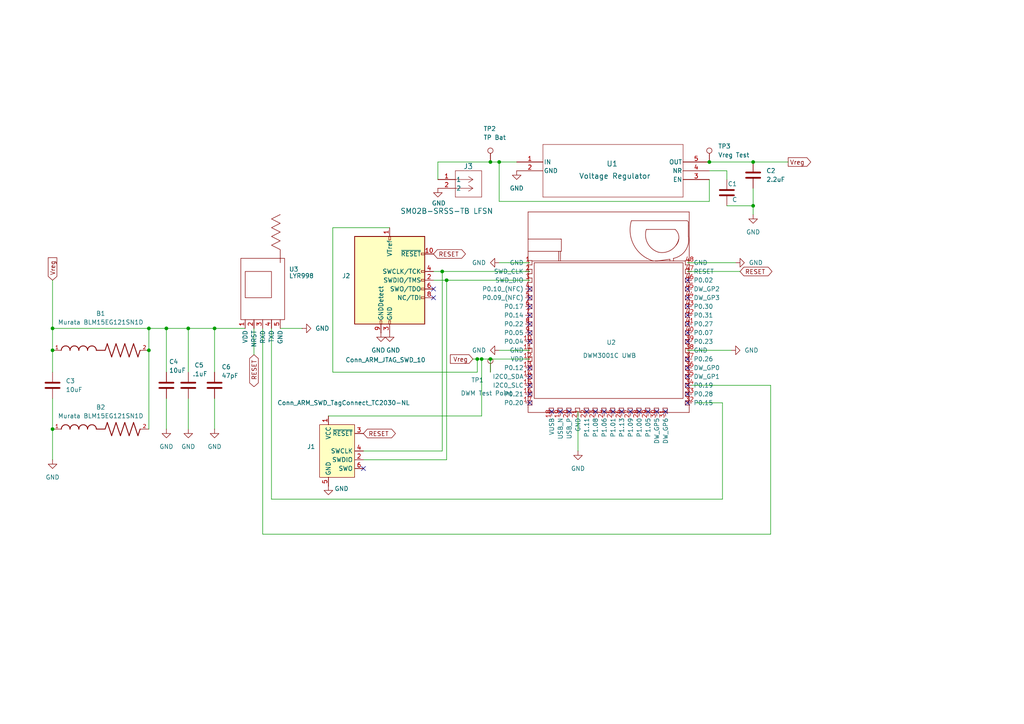
<source format=kicad_sch>
(kicad_sch (version 20231120) (generator "eeschema") (generator_version "8.0")
  (paper "A4")
  (lib_symbols
    (symbol "BLM15EG121SN1D:BLM15EG121SN1D" (pin_names (offset 1.016))
      (property "Reference" "FL" (at -12.7044 5.0815 0))
      (property "Value" "BLM15EG121SN1D" (at -12.71 -5.0866 0))
      (symbol "BLM15EG121SN1D_0_0"
        (arc (start -10.16 0) (mid -11.43 1.2645) (end -12.7 0) (stroke (width 0.254)))
        (arc (start -7.62 0) (mid -8.89 1.2645) (end -10.16 0) (stroke (width 0.254)))
        (arc (start -5.08 0) (mid -6.35 1.2645) (end -7.62 0) (stroke (width 0.254)))
        (arc (start -2.54 0) (mid -3.81 1.2645) (end -5.08 0) (stroke (width 0.254)))
        (polyline (pts (xy 0 0) (xy -2.54 0)) (stroke (width 0.254)))
        (polyline (pts (xy 0 0) (xy 0.635 1.905)) (stroke (width 0.254)))
        (polyline (pts (xy 0.635 1.905) (xy 1.905 -1.905)) (stroke (width 0.254)))
        (polyline (pts (xy 1.905 -1.905) (xy 3.175 1.905)) (stroke (width 0.254)))
        (polyline (pts (xy 3.175 1.905) (xy 4.445 -1.905)) (stroke (width 0.254)))
        (polyline (pts (xy 4.445 -1.905) (xy 5.715 1.905)) (stroke (width 0.254)))
        (polyline (pts (xy 5.715 1.905) (xy 6.985 -1.905)) (stroke (width 0.254)))
        (polyline (pts (xy 6.985 -1.905) (xy 8.255 1.905)) (stroke (width 0.254)))
        (polyline (pts (xy 8.255 1.905) (xy 9.525 -1.905)) (stroke (width 0.254)))
        (polyline (pts (xy 9.525 -1.905) (xy 10.16 0)) (stroke (width 0.254)))
        (pin passive line (at -15.24 0 0) (length 2.54) (name "~") (number "1"))
        (pin passive line (at 12.7 0 180) (length 2.54) (name "~") (number "2"))
      )
    )
    (symbol "Connector:Conn_ARM_JTAG_SWD_10" (pin_names (offset 1.016))
      (property "Reference" "J" (at -2.54 16.51 0))
      (property "Value" "Conn_ARM_JTAG_SWD_10" (at -2.54 13.97 0))
      (symbol "Conn_ARM_JTAG_SWD_10_0_1"
        (rectangle (start -10.16 12.7) (end 10.16 -12.7) (stroke (width 0.254)) (fill (type background)))
        (rectangle (start -2.794 -12.7) (end -2.286 -11.684))
        (rectangle (start -0.254 -12.7) (end 0.254 -11.684))
        (rectangle (start -0.254 12.7) (end 0.254 11.684))
        (rectangle (start 9.144 2.286) (end 10.16 2.794))
        (rectangle (start 10.16 -2.794) (end 9.144 -2.286))
        (rectangle (start 10.16 -0.254) (end 9.144 0.254))
        (rectangle (start 10.16 7.874) (end 9.144 7.366))
      )
      (symbol "Conn_ARM_JTAG_SWD_10_1_1"
        (rectangle (start 9.144 -5.334) (end 10.16 -4.826))
        (pin power_in line (at 0 15.24 270) (length 2.54) (name "VTref") (number "1"))
        (pin open_collector line (at 12.7 7.62 180) (length 2.54) (name "~{RESET}") (number "10"))
        (pin bidirectional line (at 12.7 0 180) (length 2.54) (name "SWDIO/TMS") (number "2"))
        (pin power_in line (at 0 -15.24 90) (length 2.54) (name "GND") (number "3"))
        (pin output line (at 12.7 2.54 180) (length 2.54) (name "SWCLK/TCK") (number "4"))
        (pin passive line (at 0 -15.24 90) (length 2.54) hide (name "GND") (number "5"))
        (pin input line (at 12.7 -2.54 180) (length 2.54) (name "SWO/TDO") (number "6"))
        (pin no_connect line (at -10.16 0 0) (length 2.54) hide (name "KEY") (number "7"))
        (pin output line (at 12.7 -5.08 180) (length 2.54) (name "NC/TDI") (number "8"))
        (pin passive line (at -2.54 -15.24 90) (length 2.54) (name "GNDDetect") (number "9"))
      )
    )
    (symbol "Connector:Conn_ARM_SWD_TagConnect_TC2030-NL" (in_bom no)
      (property "Reference" "J" (at 2.54 11.43 0))
      (property "Value" "Conn_ARM_SWD_TagConnect_TC2030-NL" (at 2.54 8.89 0))
      (symbol "Conn_ARM_SWD_TagConnect_TC2030-NL_0_0"
        (pin power_in line (at -2.54 10.16 270) (length 2.54) (name "VCC") (number "1"))
        (pin bidirectional line (at 7.62 -2.54 180) (length 2.54) (name "SWDIO") (number "2"))
        (pin open_collector line (at 7.62 5.08 180) (length 2.54) (name "~{RESET}") (number "3"))
        (pin output line (at 7.62 0 180) (length 2.54) (name "SWCLK") (number "4"))
        (pin power_in line (at -2.54 -10.16 90) (length 2.54) (name "GND") (number "5"))
        (pin input line (at 7.62 -5.08 180) (length 2.54) (name "SWO") (number "6"))
      )
      (symbol "Conn_ARM_SWD_TagConnect_TC2030-NL_0_1"
        (rectangle (start -5.08 7.62) (end 5.08 -7.62) (fill (type background)))
      )
    )
    (symbol "Connector:TestPoint" (pin_numbers hide) (pin_names (offset 0.762) hide)
      (property "Reference" "TP" (at 0 6.858 0))
      (property "Value" "TestPoint" (at 0 5.08 0))
      (symbol "TestPoint_0_1"
        (circle (center 0 3.302) (radius 0.762))
      )
      (symbol "TestPoint_1_1"
        (pin passive line (at 0 0 90) (length 2.54) (name "1") (number "1"))
      )
    )
    (symbol "Device:C" (pin_numbers hide) (pin_names (offset 0.254))
      (property "Reference" "C" (at 0.635 2.54 0))
      (property "Value" "C" (at 0.635 -2.54 0))
      (symbol "C_0_1"
        (polyline (pts (xy -2.032 -0.762) (xy 2.032 -0.762)) (stroke (width 0.508)))
        (polyline (pts (xy -2.032 0.762) (xy 2.032 0.762)) (stroke (width 0.508)))
      )
      (symbol "C_1_1"
        (pin passive line (at 0 3.81 270) (length 2.794) (name "~") (number "1"))
        (pin passive line (at 0 -3.81 90) (length 2.794) (name "~") (number "2"))
      )
    )
    (symbol "LoRa Module:RYLR998"
      (property "Reference" "U" (at -0.254 21.336 0))
      (symbol "RYLR998_0_1"
        (rectangle (start -5.08 19.05) (end 7.62 1.27))
        (rectangle (start -3.81 15.24) (end 3.81 7.62))
        (polyline (pts (xy 6.35 17.78) (xy 6.35 21.59) (xy 3.81 22.86) (xy 6.35 24.13) (xy 3.81 25.4) (xy 6.35 26.67) (xy 3.81 27.94) (xy 6.35 29.21) (xy 3.81 30.48) (xy 6.35 31.75)))
      )
      (symbol "RYLR998_1_1"
        (pin input line (at -3.81 1.27 270) (length 2.54) (name "VDD") (number "1"))
        (pin input line (at -1.27 1.27 270) (length 2.54) (name "NRST") (number "2"))
        (pin input line (at 1.27 1.27 270) (length 2.54) (name "RXD") (number "3"))
        (pin output line (at 3.81 1.27 270) (length 2.54) (name "TXD") (number "4"))
        (pin input line (at 6.35 1.27 270) (length 2.54) (name "GND") (number "5"))
      )
    )
    (symbol "SM02B-SRSS-TB:SM02B-SRSS-TB_LFSN" (pin_names (offset 0.254))
      (property "Reference" "J1" (at 7.366 3.81 0))
      (property "Value" "SM02B-SRSS-TB LFSN" (at -10.922 -9.144 0))
      (symbol "SM02B-SRSS-TB_LFSN_1_1"
        (polyline (pts (xy 5.08 -5.08) (xy 12.7 -5.08)) (stroke (width 0.127)))
        (polyline (pts (xy 5.08 2.54) (xy 5.08 -5.08)) (stroke (width 0.127)))
        (polyline (pts (xy 10.16 -2.54) (xy 5.08 -2.54)) (stroke (width 0.127)))
        (polyline (pts (xy 10.16 -2.54) (xy 8.89 -3.3867)) (stroke (width 0.127)))
        (polyline (pts (xy 10.16 -2.54) (xy 8.89 -1.6933)) (stroke (width 0.127)))
        (polyline (pts (xy 10.16 0) (xy 5.08 0)) (stroke (width 0.127)))
        (polyline (pts (xy 10.16 0) (xy 8.89 -0.8467)) (stroke (width 0.127)))
        (polyline (pts (xy 10.16 0) (xy 8.89 0.8467)) (stroke (width 0.127)))
        (polyline (pts (xy 12.7 -5.08) (xy 12.7 2.54)) (stroke (width 0.127)))
        (polyline (pts (xy 12.7 2.54) (xy 5.08 2.54)) (stroke (width 0.127)))
        (pin power_out line (at 0 0 0) (length 5.08) (name "1") (number "1"))
        (pin power_out line (at 0 -2.54 0) (length 5.08) (name "2") (number "2"))
      )
      (symbol "SM02B-SRSS-TB_LFSN_1_2"
        (polyline (pts (xy 5.08 -5.08) (xy 12.7 -5.08)) (stroke (width 0.127)))
        (polyline (pts (xy 5.08 2.54) (xy 5.08 -5.08)) (stroke (width 0.127)))
        (polyline (pts (xy 7.62 -2.54) (xy 5.08 -2.54)) (stroke (width 0.127)))
        (polyline (pts (xy 7.62 -2.54) (xy 8.89 -3.3867)) (stroke (width 0.127)))
        (polyline (pts (xy 7.62 -2.54) (xy 8.89 -1.6933)) (stroke (width 0.127)))
        (polyline (pts (xy 7.62 0) (xy 5.08 0)) (stroke (width 0.127)))
        (polyline (pts (xy 7.62 0) (xy 8.89 -0.8467)) (stroke (width 0.127)))
        (polyline (pts (xy 7.62 0) (xy 8.89 0.8467)) (stroke (width 0.127)))
        (polyline (pts (xy 12.7 -5.08) (xy 12.7 2.54)) (stroke (width 0.127)))
        (polyline (pts (xy 12.7 2.54) (xy 5.08 2.54)) (stroke (width 0.127)))
        (pin unspecified line (at 0 0 0) (length 5.08) (name "1") (number "1"))
        (pin unspecified line (at 0 -2.54 0) (length 5.08) (name "2") (number "2"))
      )
    )
    (symbol "TPS79933DDCR:TPS79933DDCR" (pin_names (offset 0.254))
      (property "Reference" "U2" (at 27.686 -0.508 0))
      (property "Value" "TPS79933DDCR" (at 28.448 -4.064 0))
      (symbol "TPS79933DDCR_0_1"
        (polyline (pts (xy 7.62 -10.16) (xy 48.26 -10.16)) (stroke (width 0.127)))
        (polyline (pts (xy 7.62 5.08) (xy 7.62 -10.16)) (stroke (width 0.127)))
        (polyline (pts (xy 48.26 -10.16) (xy 48.26 5.08)) (stroke (width 0.127)))
        (polyline (pts (xy 48.26 5.08) (xy 7.62 5.08)) (stroke (width 0.127)))
        (pin input line (at 0 0 0) (length 7.62) (name "IN") (number "1"))
        (pin power_in line (at 0 -2.54 0) (length 7.62) (name "GND") (number "2"))
        (pin unspecified line (at 55.88 -5.08 180) (length 7.62) (name "EN") (number "3"))
        (pin unspecified line (at 55.88 -2.54 180) (length 7.62) (name "NR") (number "4"))
      )
      (symbol "TPS79933DDCR_1_1"
        (pin power_out line (at 55.88 0 180) (length 7.62) (name "OUT") (number "5"))
      )
    )
    (symbol "power:GND" (power) (pin_numbers hide) (pin_names (offset 0) hide)
      (property "Value" "GND" (at 0 -3.81 0))
      (symbol "GND_0_1"
        (polyline (pts (xy 0 0) (xy 0 -1.27) (xy 1.27 -1.27) (xy 0 -2.54) (xy -1.27 -1.27) (xy 0 -1.27)))
      )
      (symbol "GND_1_1"
        (pin power_in line (at 0 0 270) (length 0) (name "~") (number "1"))
      )
    )
    (symbol "sdp:DWM3001C"
      (property "Reference" "U1" (at 2.032 -2.794 0))
      (property "Value" "DWM3001C" (at 1.524 -6.604 0))
      (symbol "DWM3001C_0_1"
        (arc (start -22.2249 -20.955) (mid -21.9619 -20.32) (end -22.2249 -19.685))
        (arc (start -22.2249 -18.415) (mid -21.9619 -17.78) (end -22.2249 -17.145))
        (arc (start -22.2249 -15.875) (mid -21.9619 -15.24) (end -22.2249 -14.605))
        (arc (start -22.2249 -13.335) (mid -21.9619 -12.7) (end -22.2249 -12.065))
        (arc (start -22.2249 -10.795) (mid -21.9619 -10.16) (end -22.2249 -9.525))
        (arc (start -22.2249 -8.255) (mid -21.9619 -7.62) (end -22.2249 -6.985))
        (arc (start -22.2249 -5.715) (mid -21.9619 -5.08) (end -22.2249 -4.445))
        (arc (start -22.2249 -3.175) (mid -21.9619 -2.54) (end -22.2249 -1.905))
        (arc (start -22.2249 -0.635) (mid -21.9619 0) (end -22.2249 0.635))
        (arc (start -22.2249 1.905) (mid -21.9619 2.54) (end -22.2249 3.175))
        (arc (start -22.2249 4.445) (mid -21.9619 5.08) (end -22.2249 5.715))
        (arc (start -22.2249 6.985) (mid -21.9619 7.62) (end -22.2249 8.255))
        (arc (start -22.2249 9.525) (mid -21.9619 10.16) (end -22.2249 10.795))
        (arc (start -22.2249 12.065) (mid -21.9619 12.7) (end -22.2249 13.335))
        (arc (start -22.2249 14.605) (mid -21.9619 15.24) (end -22.2249 15.875))
        (arc (start -22.2249 17.145) (mid -21.9619 17.78) (end -22.2249 18.415))
        (arc (start -22.225 19.685) (mid -21.962 20.32) (end -22.225 20.955))
        (rectangle (start -20.32 20.32) (end 22.86 -19.05))
        (arc (start -14.732 -23.114) (mid -15.367 -22.851) (end -16.002 -23.114))
        (arc (start -12.192 -23.114) (mid -12.827 -22.851) (end -13.462 -23.114))
        (arc (start -9.652 -23.114) (mid -10.287 -22.851) (end -10.922 -23.114))
        (arc (start -7.112 -23.114) (mid -7.747 -22.851) (end -8.382 -23.114))
        (arc (start -4.572 -23.114) (mid -5.207 -22.851) (end -5.842 -23.114))
        (arc (start -2.032 -23.114) (mid -2.667 -22.851) (end -3.302 -23.114))
        (polyline (pts (xy -22.2249 -20.955) (xy -20.9549 -20.955)))
        (polyline (pts (xy -22.2249 -19.685) (xy -20.9549 -19.685)))
        (polyline (pts (xy -22.2249 -18.415) (xy -20.9549 -18.415)))
        (polyline (pts (xy -22.2249 -17.145) (xy -20.9549 -17.145)))
        (polyline (pts (xy -22.2249 -15.875) (xy -20.9549 -15.875)))
        (polyline (pts (xy -22.2249 -14.605) (xy -20.9549 -14.605)))
        (polyline (pts (xy -22.2249 -13.335) (xy -20.9549 -13.335)))
        (polyline (pts (xy -22.2249 -12.065) (xy -20.9549 -12.065)))
        (polyline (pts (xy -22.2249 -10.795) (xy -20.9549 -10.795)))
        (polyline (pts (xy -22.2249 -9.525) (xy -20.9549 -9.525)))
        (polyline (pts (xy -22.2249 -8.255) (xy -20.9549 -8.255)))
        (polyline (pts (xy -22.2249 -6.985) (xy -20.9549 -6.985)))
        (polyline (pts (xy -22.2249 -5.715) (xy -20.9549 -5.715)))
        (polyline (pts (xy -22.2249 -4.445) (xy -20.9549 -4.445)))
        (polyline (pts (xy -22.2249 -3.175) (xy -20.9549 -3.175)))
        (polyline (pts (xy -22.2249 -1.905) (xy -20.9549 -1.905)))
        (polyline (pts (xy -22.2249 -0.635) (xy -20.9549 -0.635)))
        (polyline (pts (xy -22.2249 0.635) (xy -20.9549 0.635)))
        (polyline (pts (xy -22.2249 1.905) (xy -20.9549 1.905)))
        (polyline (pts (xy -22.2249 3.175) (xy -20.9549 3.175)))
        (polyline (pts (xy -22.2249 4.445) (xy -20.9549 4.445)))
        (polyline (pts (xy -22.2249 5.715) (xy -20.9549 5.715)))
        (polyline (pts (xy -22.2249 6.985) (xy -20.9549 6.985)))
        (polyline (pts (xy -22.2249 8.255) (xy -20.9549 8.255)))
        (polyline (pts (xy -22.2249 9.525) (xy -20.9549 9.525)))
        (polyline (pts (xy -22.2249 10.795) (xy -20.9549 10.795)))
        (polyline (pts (xy -22.2249 12.065) (xy -20.9549 12.065)))
        (polyline (pts (xy -22.2249 13.335) (xy -20.9549 13.335)))
        (polyline (pts (xy -22.2249 14.605) (xy -20.9549 14.605)))
        (polyline (pts (xy -22.2249 15.875) (xy -20.9549 15.875)))
        (polyline (pts (xy -22.2249 17.145) (xy -20.9549 17.145)))
        (polyline (pts (xy -22.2249 18.415) (xy -20.9549 18.415)))
        (polyline (pts (xy -22.225 19.685) (xy -20.955 19.685)))
        (polyline (pts (xy -22.225 20.955) (xy -20.955 20.955)))
        (polyline (pts (xy -22.098 -20.828) (xy -22.098 -21.59)))
        (polyline (pts (xy -22.098 -19.812) (xy -22.098 -18.288)))
        (polyline (pts (xy -22.098 -17.272) (xy -22.098 -15.748)))
        (polyline (pts (xy -22.098 -14.732) (xy -22.098 -13.208)))
        (polyline (pts (xy -22.098 -12.192) (xy -22.098 -10.668)))
        (polyline (pts (xy -22.098 -9.652) (xy -22.098 -8.128)))
        (polyline (pts (xy -22.098 -7.112) (xy -22.098 -5.588)))
        (polyline (pts (xy -22.098 -4.572) (xy -22.098 -3.048)))
        (polyline (pts (xy -22.098 -2.032) (xy -22.098 -0.508)))
        (polyline (pts (xy -22.098 0.508) (xy -22.098 2.032)))
        (polyline (pts (xy -22.098 3.048) (xy -22.098 4.572)))
        (polyline (pts (xy -22.098 5.588) (xy -22.098 7.112)))
        (polyline (pts (xy -22.098 8.128) (xy -22.098 9.652)))
        (polyline (pts (xy -22.098 10.668) (xy -22.098 12.192)))
        (polyline (pts (xy -22.098 13.208) (xy -22.098 14.732)))
        (polyline (pts (xy -22.098 15.748) (xy -22.098 17.272)))
        (polyline (pts (xy -22.098 18.288) (xy -22.098 19.812)))
        (polyline (pts (xy -22.098 20.828) (xy -22.098 35.052)))
        (polyline (pts (xy -22.098 35.052) (xy 24.638 35.052)))
        (polyline (pts (xy -20.9549 -19.685) (xy -20.9549 -20.955)))
        (polyline (pts (xy -20.9549 -17.145) (xy -20.9549 -18.415)))
        (polyline (pts (xy -20.9549 -14.605) (xy -20.9549 -15.875)))
        (polyline (pts (xy -20.9549 -12.065) (xy -20.9549 -13.335)))
        (polyline (pts (xy -20.9549 -9.525) (xy -20.9549 -10.795)))
        (polyline (pts (xy -20.9549 -6.985) (xy -20.9549 -8.255)))
        (polyline (pts (xy -20.9549 -4.445) (xy -20.9549 -5.715)))
        (polyline (pts (xy -20.9549 -1.905) (xy -20.9549 -3.175)))
        (polyline (pts (xy -20.9549 0.635) (xy -20.9549 -0.635)))
        (polyline (pts (xy -20.9549 3.175) (xy -20.9549 1.905)))
        (polyline (pts (xy -20.9549 5.715) (xy -20.9549 4.445)))
        (polyline (pts (xy -20.9549 8.255) (xy -20.9549 6.985)))
        (polyline (pts (xy -20.9549 10.795) (xy -20.9549 9.525)))
        (polyline (pts (xy -20.9549 13.335) (xy -20.9549 12.065)))
        (polyline (pts (xy -20.9549 15.875) (xy -20.9549 14.605)))
        (polyline (pts (xy -20.9549 18.415) (xy -20.9549 17.145)))
        (polyline (pts (xy -20.955 20.955) (xy -20.955 19.685)))
        (polyline (pts (xy -20.828 20.828) (xy 23.368 20.828)))
        (polyline (pts (xy -16.002 -23.114) (xy -16.002 -21.844)))
        (polyline (pts (xy -16.002 -21.844) (xy -14.732 -21.844)))
        (polyline (pts (xy -14.732 -23.114) (xy -14.732 -21.844)))
        (polyline (pts (xy -13.462 -23.114) (xy -13.462 -21.844)))
        (polyline (pts (xy -13.462 -21.844) (xy -12.192 -21.844)))
        (polyline (pts (xy -13.208 20.828) (xy -13.208 23.622)))
        (polyline (pts (xy -12.7 20.828) (xy -12.7 23.622)))
        (polyline (pts (xy -12.7 23.622) (xy -22.098 23.622)))
        (polyline (pts (xy -12.7 23.622) (xy -12.446 23.622)))
        (polyline (pts (xy -12.7 27.178) (xy -22.098 27.178)))
        (polyline (pts (xy -12.7 27.178) (xy -12.446 27.178)))
        (polyline (pts (xy -12.446 23.622) (xy -12.446 27.178)))
        (polyline (pts (xy -12.192 -23.114) (xy -12.192 -21.844)))
        (polyline (pts (xy -10.922 -23.114) (xy -10.922 -21.844)))
        (polyline (pts (xy -10.922 -21.844) (xy -9.652 -21.844)))
        (polyline (pts (xy -9.652 -23.114) (xy -9.652 -21.844)))
        (polyline (pts (xy -8.382 -23.114) (xy -8.382 -21.844)))
        (polyline (pts (xy -8.382 -21.844) (xy -7.112 -21.844)))
        (polyline (pts (xy -7.112 -23.114) (xy -7.112 -21.844)))
        (polyline (pts (xy -5.842 -23.114) (xy -5.842 -21.844)))
        (polyline (pts (xy -5.842 -21.844) (xy -4.572 -21.844)))
        (polyline (pts (xy -4.572 -23.114) (xy -4.572 -21.844)))
        (polyline (pts (xy -3.302 -23.114) (xy -3.302 -21.844)))
        (polyline (pts (xy -3.302 -21.844) (xy -2.032 -21.844)))
        (polyline (pts (xy -2.032 -23.114) (xy -2.032 -21.844)))
        (polyline (pts (xy -0.762 -23.114) (xy -0.762 -21.844)))
        (polyline (pts (xy -0.762 -21.844) (xy 0.508 -21.844)))
        (polyline (pts (xy 0.508 -23.114) (xy 0.508 -21.844)))
        (polyline (pts (xy 1.778 -23.114) (xy 1.778 -21.844)))
        (polyline (pts (xy 1.778 -21.844) (xy 3.048 -21.844)))
        (polyline (pts (xy 3.048 -23.114) (xy 3.048 -21.844)))
        (polyline (pts (xy 4.318 -23.114) (xy 4.318 -21.844)))
        (polyline (pts (xy 4.318 -21.844) (xy 5.588 -21.844)))
        (polyline (pts (xy 5.588 -23.114) (xy 5.588 -21.844)))
        (polyline (pts (xy 6.858 -23.114) (xy 6.858 -21.844)))
        (polyline (pts (xy 6.858 -21.844) (xy 8.128 -21.844)))
        (polyline (pts (xy 8.128 -23.114) (xy 8.128 -21.844)))
        (polyline (pts (xy 9.398 -23.114) (xy 9.398 -21.844)))
        (polyline (pts (xy 9.398 -21.844) (xy 10.668 -21.844)))
        (polyline (pts (xy 10.668 -23.114) (xy 10.668 -21.844)))
        (polyline (pts (xy 11.938 -23.114) (xy 11.938 -21.844)))
        (polyline (pts (xy 11.938 -21.844) (xy 13.208 -21.844)))
        (polyline (pts (xy 12.7 29.972) (xy 12.192 29.972)))
        (polyline (pts (xy 13.208 -23.114) (xy 13.208 -21.844)))
        (polyline (pts (xy 14.478 -23.114) (xy 14.478 -21.844)))
        (polyline (pts (xy 14.478 -21.844) (xy 15.748 -21.844)))
        (polyline (pts (xy 15.748 -23.114) (xy 15.748 -21.844)))
        (polyline (pts (xy 17.018 -23.114) (xy 17.018 -21.844)))
        (polyline (pts (xy 17.018 -21.844) (xy 18.288 -21.844)))
        (polyline (pts (xy 18.288 -23.114) (xy 18.288 -21.844)))
        (polyline (pts (xy 19.05 20.828) (xy 19.05 21.336)))
        (polyline (pts (xy 20.066 20.828) (xy 20.066 21.59)))
        (polyline (pts (xy 20.574 29.972) (xy 12.7 29.972)))
        (polyline (pts (xy 23.4949 -20.955) (xy 23.4949 -19.685)))
        (polyline (pts (xy 23.4948 -18.415) (xy 23.4948 -17.145)))
        (polyline (pts (xy 23.4948 -15.875) (xy 23.4948 -14.605)))
        (polyline (pts (xy 23.4948 -13.335) (xy 23.4948 -12.065)))
        (polyline (pts (xy 23.4948 -10.795) (xy 23.4948 -9.525)))
        (polyline (pts (xy 23.4948 -8.255) (xy 23.4948 -6.985)))
        (polyline (pts (xy 23.4948 -5.715) (xy 23.4948 -4.445)))
        (polyline (pts (xy 23.4948 -3.175) (xy 23.4948 -1.905)))
        (polyline (pts (xy 23.4948 -0.635) (xy 23.4948 0.635)))
        (polyline (pts (xy 23.4948 1.905) (xy 23.4948 3.175)))
        (polyline (pts (xy 23.4948 4.445) (xy 23.4948 5.715)))
        (polyline (pts (xy 23.4948 6.985) (xy 23.4948 8.255)))
        (polyline (pts (xy 23.4948 9.525) (xy 23.4948 10.795)))
        (polyline (pts (xy 23.4948 12.065) (xy 23.4948 13.335)))
        (polyline (pts (xy 23.4948 14.605) (xy 23.4948 15.875)))
        (polyline (pts (xy 23.4948 17.145) (xy 23.4948 18.415)))
        (polyline (pts (xy 23.4948 19.685) (xy 23.4948 20.955)))
        (polyline (pts (xy 23.876 32.512) (xy 7.874 32.512)))
        (polyline (pts (xy 24.384 27.94) (xy 24.384 30.988)))
        (polyline (pts (xy 24.384 30.988) (xy 24.384 32.004)))
        (polyline (pts (xy 24.638 -20.828) (xy 24.638 -21.59)))
        (polyline (pts (xy 24.6379 -18.288) (xy 24.6379 -19.812)))
        (polyline (pts (xy 24.6379 -15.748) (xy 24.6379 -17.272)))
        (polyline (pts (xy 24.6379 -13.208) (xy 24.6379 -14.732)))
        (polyline (pts (xy 24.6379 -10.668) (xy 24.6379 -12.192)))
        (polyline (pts (xy 24.6379 -8.128) (xy 24.6379 -9.652)))
        (polyline (pts (xy 24.6379 -5.588) (xy 24.6379 -7.112)))
        (polyline (pts (xy 24.6379 -3.048) (xy 24.6379 -4.572)))
        (polyline (pts (xy 24.6379 -0.508) (xy 24.6379 -2.032)))
        (polyline (pts (xy 24.6379 2.032) (xy 24.6379 0.508)))
        (polyline (pts (xy 24.6379 4.572) (xy 24.6379 3.048)))
        (polyline (pts (xy 24.6379 7.112) (xy 24.6379 5.588)))
        (polyline (pts (xy 24.6379 9.652) (xy 24.6379 8.128)))
        (polyline (pts (xy 24.6379 12.192) (xy 24.6379 10.668)))
        (polyline (pts (xy 24.6379 14.732) (xy 24.6379 13.208)))
        (polyline (pts (xy 24.6379 17.272) (xy 24.6379 15.748)))
        (polyline (pts (xy 24.6379 19.812) (xy 24.6379 18.288)))
        (polyline (pts (xy 24.638 20.828) (xy 24.638 34.798)))
        (polyline (pts (xy 24.638 34.798) (xy 24.638 35.052)))
        (polyline (pts (xy 24.7649 -20.955) (xy 23.4949 -20.955)))
        (polyline (pts (xy 24.7649 -19.685) (xy 23.4949 -19.685)))
        (polyline (pts (xy 24.7648 -18.415) (xy 23.4948 -18.415)))
        (polyline (pts (xy 24.7648 -17.145) (xy 23.4948 -17.145)))
        (polyline (pts (xy 24.7648 -15.875) (xy 23.4948 -15.875)))
        (polyline (pts (xy 24.7648 -14.605) (xy 23.4948 -14.605)))
        (polyline (pts (xy 24.7648 -13.335) (xy 23.4948 -13.335)))
        (polyline (pts (xy 24.7648 -12.065) (xy 23.4948 -12.065)))
        (polyline (pts (xy 24.7648 -10.795) (xy 23.4948 -10.795)))
        (polyline (pts (xy 24.7648 -9.525) (xy 23.4948 -9.525)))
        (polyline (pts (xy 24.7648 -8.255) (xy 23.4948 -8.255)))
        (polyline (pts (xy 24.7648 -6.985) (xy 23.4948 -6.985)))
        (polyline (pts (xy 24.7648 -5.715) (xy 23.4948 -5.715)))
        (polyline (pts (xy 24.7648 -4.445) (xy 23.4948 -4.445)))
        (polyline (pts (xy 24.7648 -3.175) (xy 23.4948 -3.175)))
        (polyline (pts (xy 24.7648 -1.905) (xy 23.4948 -1.905)))
        (polyline (pts (xy 24.7648 -0.635) (xy 23.4948 -0.635)))
        (polyline (pts (xy 24.7648 0.635) (xy 23.4948 0.635)))
        (polyline (pts (xy 24.7648 1.905) (xy 23.4948 1.905)))
        (polyline (pts (xy 24.7648 3.175) (xy 23.4948 3.175)))
        (polyline (pts (xy 24.7648 4.445) (xy 23.4948 4.445)))
        (polyline (pts (xy 24.7648 5.715) (xy 23.4948 5.715)))
        (polyline (pts (xy 24.7648 6.985) (xy 23.4948 6.985)))
        (polyline (pts (xy 24.7648 8.255) (xy 23.4948 8.255)))
        (polyline (pts (xy 24.7648 9.525) (xy 23.4948 9.525)))
        (polyline (pts (xy 24.7648 10.795) (xy 23.4948 10.795)))
        (polyline (pts (xy 24.7648 12.065) (xy 23.4948 12.065)))
        (polyline (pts (xy 24.7648 13.335) (xy 23.4948 13.335)))
        (polyline (pts (xy 24.7648 14.605) (xy 23.4948 14.605)))
        (polyline (pts (xy 24.7648 15.875) (xy 23.4948 15.875)))
        (polyline (pts (xy 24.7648 17.145) (xy 23.4948 17.145)))
        (polyline (pts (xy 24.7648 18.415) (xy 23.4948 18.415)))
        (polyline (pts (xy 24.7648 19.685) (xy 23.4948 19.685)))
        (polyline (pts (xy 24.7648 20.955) (xy 23.4948 20.955)))
        (polyline (pts (xy 19.05 21.336) (xy 15.24 20.828) (xy 14.732 20.828)))
        (arc (start 0.508 -23.114) (mid -0.127 -22.851) (end -0.762 -23.114))
        (arc (start 3.048 -23.114) (mid 2.413 -22.851) (end 1.778 -23.114))
        (arc (start 5.588 -23.114) (mid 4.953 -22.851) (end 4.318 -23.114))
        (arc (start 7.874 32.512) (mid 8.6292 25.3549) (end 14.224 20.828))
        (arc (start 8.128 -23.114) (mid 7.493 -22.851) (end 6.858 -23.114))
        (arc (start 10.668 -23.114) (mid 10.033 -22.851) (end 9.398 -23.114))
        (arc (start 12.192 29.972) (mid 12.6023 25.9335) (end 15.748 23.368))
        (arc (start 13.208 -23.114) (mid 12.573 -22.851) (end 11.938 -23.114))
        (arc (start 15.748 -23.114) (mid 15.113 -22.851) (end 14.478 -23.114))
        (arc (start 15.748 23.368) (mid 19.4571 24.0646) (end 21.59 27.178))
        (arc (start 18.288 -23.114) (mid 17.653 -22.851) (end 17.018 -23.114))
        (arc (start 20.066 21.59) (mid 23.5401 23.8707) (end 24.384 27.94))
        (arc (start 20.828 25.4) (mid 21.6478 27.7386) (end 20.574 29.972))
        (arc (start 24.384 32.004) (mid 24.2352 32.3632) (end 23.876 32.512))
        (arc (start 24.7649 -19.685) (mid 24.5019 -20.32) (end 24.7649 -20.955))
        (arc (start 24.7648 -17.145) (mid 24.5018 -17.78) (end 24.7648 -18.415))
        (arc (start 24.7648 -14.605) (mid 24.5018 -15.24) (end 24.7648 -15.875))
        (arc (start 24.7648 -12.065) (mid 24.5018 -12.7) (end 24.7648 -13.335))
        (arc (start 24.7648 -9.525) (mid 24.5018 -10.16) (end 24.7648 -10.795))
        (arc (start 24.7648 -6.985) (mid 24.5018 -7.62) (end 24.7648 -8.255))
        (arc (start 24.7648 -4.445) (mid 24.5018 -5.08) (end 24.7648 -5.715))
        (arc (start 24.7648 -1.905) (mid 24.5018 -2.54) (end 24.7648 -3.175))
        (arc (start 24.7648 0.635) (mid 24.5018 0) (end 24.7648 -0.635))
        (arc (start 24.7648 3.175) (mid 24.5018 2.54) (end 24.7648 1.905))
        (arc (start 24.7648 5.715) (mid 24.5018 5.08) (end 24.7648 4.445))
        (arc (start 24.7648 8.255) (mid 24.5018 7.62) (end 24.7648 6.985))
        (arc (start 24.7648 10.795) (mid 24.5018 10.16) (end 24.7648 9.525))
        (arc (start 24.7648 13.335) (mid 24.5018 12.7) (end 24.7648 12.065))
        (arc (start 24.7648 15.875) (mid 24.5018 15.24) (end 24.7648 14.605))
        (arc (start 24.7648 18.415) (mid 24.5018 17.78) (end 24.7648 17.145))
        (arc (start 24.7648 20.955) (mid 24.5018 20.32) (end 24.7648 19.685))
      )
      (symbol "DWM3001C_1_1"
        (polyline (pts (xy -14.732 -23.114) (xy -13.462 -23.114)))
        (polyline (pts (xy -12.192 -23.114) (xy -10.922 -23.114)))
        (polyline (pts (xy -9.652 -23.114) (xy -8.382 -23.114)))
        (polyline (pts (xy -5.842 -23.114) (xy -7.112 -23.114)))
        (polyline (pts (xy -4.572 -23.114) (xy -3.302 -23.114)))
        (polyline (pts (xy -2.032 -23.114) (xy -0.762 -23.114)))
        (polyline (pts (xy 1.778 -23.114) (xy 0.508 -23.114)))
        (polyline (pts (xy 4.318 -23.114) (xy 3.048 -23.114)))
        (polyline (pts (xy 5.588 -23.114) (xy 6.858 -23.114)))
        (polyline (pts (xy 8.128 -23.114) (xy 9.398 -23.114)))
        (polyline (pts (xy 10.668 -23.114) (xy 11.938 -23.114)))
        (polyline (pts (xy 13.208 -23.114) (xy 14.478 -23.114)))
        (polyline (pts (xy 15.748 -23.114) (xy 17.018 -23.114)))
        (polyline (pts (xy 18.288 -23.114) (xy 24.638 -23.114)))
        (polyline (pts (xy 24.638 -23.114) (xy 24.638 -21.59)))
        (polyline (pts (xy -16.002 -23.114) (xy -22.098 -23.114) (xy -22.098 -21.59)))
        (pin power_in line (at -21.59 20.32 180) (length 1.27) (name "GND") (number "1"))
        (pin bidirectional line (at -21.59 -2.54 180) (length 1.27) (name "P0.04") (number "10"))
        (pin power_in line (at -21.59 -5.08 180) (length 1.27) (name "GND") (number "11"))
        (pin power_in line (at -21.59 -7.62 180) (length 1.27) (name "VDD") (number "12"))
        (pin bidirectional line (at -21.59 -10.16 180) (length 1.27) (name "P0.12") (number "13"))
        (pin bidirectional line (at -21.59 -12.7 180) (length 1.27) (name "I2C0_SDA") (number "14"))
        (pin bidirectional line (at -21.59 -15.24 180) (length 1.27) (name "I2C0_SLC") (number "15"))
        (pin bidirectional line (at -21.59 -17.78 180) (length 1.27) (name "P0.21") (number "16"))
        (pin bidirectional line (at -21.59 -20.32 180) (length 1.27) (name "P0.20") (number "17"))
        (pin bidirectional line (at -15.24 -22.86 270) (length 1.27) (name "VUSB") (number "18"))
        (pin bidirectional line (at -12.7 -22.86 270) (length 1.27) (name "USB_N") (number "19"))
        (pin input line (at -21.59 17.78 180) (length 1.27) (name "SWD_CLK") (number "2"))
        (pin bidirectional line (at -10.16 -22.86 270) (length 1.27) (name "USB_P") (number "20"))
        (pin power_in line (at -7.62 -22.86 270) (length 1.27) (name "GND") (number "21"))
        (pin bidirectional line (at -5.08 -22.86 270) (length 1.27) (name "P1.11") (number "22"))
        (pin bidirectional line (at -2.54 -22.86 270) (length 1.27) (name "P1.08") (number "23"))
        (pin bidirectional line (at 0 -22.86 270) (length 1.27) (name "P1.06") (number "24"))
        (pin bidirectional line (at 2.54 -22.86 270) (length 1.27) (name "P1.01") (number "25"))
        (pin bidirectional line (at 5.08 -22.86 270) (length 1.27) (name "P1.13") (number "26"))
        (pin bidirectional line (at 7.62 -22.86 270) (length 1.27) (name "P1.09") (number "27"))
        (pin bidirectional line (at 10.16 -22.86 270) (length 1.27) (name "P1.00") (number "28"))
        (pin bidirectional line (at 12.7 -22.86 270) (length 1.27) (name "P1.05") (number "29"))
        (pin bidirectional line (at -21.59 15.24 180) (length 1.27) (name "SWD_DIO") (number "3"))
        (pin bidirectional line (at 15.24 -22.86 270) (length 1.27) (name "DW_GP5") (number "30"))
        (pin bidirectional line (at 17.78 -22.86 270) (length 1.27) (name "DW_GP6") (number "31"))
        (pin bidirectional line (at 24.13 -20.32 0) (length 1.27) (name "P0.15") (number "32"))
        (pin bidirectional line (at 24.13 -17.78 0) (length 1.27) (name "P0.28") (number "33"))
        (pin bidirectional line (at 24.13 -15.24 0) (length 1.27) (name "P0.19") (number "34"))
        (pin bidirectional line (at 24.13 -12.7 0) (length 1.27) (name "DW_GP1") (number "35"))
        (pin bidirectional line (at 24.13 -10.16 0) (length 1.27) (name "DW_GP0") (number "36"))
        (pin bidirectional line (at 24.13 -7.62 0) (length 1.27) (name "P0.26") (number "37"))
        (pin power_in line (at 24.13 -5.08 0) (length 1.27) (name "GND") (number "38"))
        (pin bidirectional line (at 24.13 -2.54 0) (length 1.27) (name "P0.23") (number "39"))
        (pin bidirectional line (at -21.59 12.7 180) (length 1.27) (name "P0.10_(NFC)") (number "4"))
        (pin bidirectional line (at 24.13 0 0) (length 1.27) (name "P0.07") (number "40"))
        (pin bidirectional line (at 24.13 2.54 0) (length 1.27) (name "P0.27") (number "41"))
        (pin bidirectional line (at 24.13 5.08 0) (length 1.27) (name "P0.31") (number "42"))
        (pin bidirectional line (at 24.13 7.62 0) (length 1.27) (name "P0.30") (number "43"))
        (pin bidirectional line (at 24.13 10.16 0) (length 1.27) (name "DW_GP3") (number "44"))
        (pin bidirectional line (at 24.13 12.7 0) (length 1.27) (name "DW_GP2") (number "45"))
        (pin bidirectional line (at 24.13 15.24 0) (length 1.27) (name "P0.02") (number "46"))
        (pin bidirectional line (at 24.13 17.78 0) (length 1.27) (name "RESET") (number "47"))
        (pin power_in line (at 24.13 20.32 0) (length 1.27) (name "GND") (number "48"))
        (pin bidirectional line (at -21.59 10.16 180) (length 1.27) (name "P0.09_(NFC)") (number "5"))
        (pin bidirectional line (at -21.59 7.62 180) (length 1.27) (name "P0.17") (number "6"))
        (pin bidirectional line (at -21.59 5.08 180) (length 1.27) (name "P0.14") (number "7"))
        (pin bidirectional line (at -21.59 2.54 180) (length 1.27) (name "P0.22") (number "8"))
        (pin bidirectional line (at -21.59 0 180) (length 1.27) (name "P0.05") (number "9"))
      )
    )
  )
  (junction (at 142.24 46.99))
  (junction (at 218.44 59.69))
  (junction (at 205.74 46.99))
  (junction (at 139.7 104.14))
  (junction (at 144.78 46.99))
  (junction (at 15.24 101.6))
  (junction (at 54.61 95.25))
  (junction (at 48.26 95.25))
  (junction (at 218.44 46.99))
  (junction (at 128.27 78.74))
  (junction (at 15.24 124.46))
  (junction (at 142.24 104.14))
  (junction (at 43.18 95.25))
  (junction (at 15.24 95.25))
  (junction (at 138.43 104.14))
  (junction (at 43.18 101.6))
  (junction (at 129.54 81.28))
  (junction (at 62.23 95.25))
  (no_connect (at 193.04 119.38))
  (no_connect (at 199.39 104.14))
  (no_connect (at 199.39 106.68))
  (no_connect (at 153.67 99.06))
  (no_connect (at 153.67 109.22))
  (no_connect (at 153.67 106.68))
  (no_connect (at 153.67 86.36))
  (no_connect (at 199.39 109.22))
  (no_connect (at 105.41 135.89))
  (no_connect (at 153.67 91.44))
  (no_connect (at 199.39 83.82))
  (no_connect (at 199.39 93.98))
  (no_connect (at 125.73 86.36))
  (no_connect (at 153.67 116.84))
  (no_connect (at 199.39 91.44))
  (no_connect (at 153.67 88.9))
  (no_connect (at 160.02 119.38))
  (no_connect (at 199.39 116.84))
  (no_connect (at 190.5 119.38))
  (no_connect (at 170.18 119.38))
  (no_connect (at 125.73 83.82))
  (no_connect (at 153.67 83.82))
  (no_connect (at 153.67 93.98))
  (no_connect (at 153.67 96.52))
  (no_connect (at 177.8 119.38))
  (no_connect (at 185.42 119.38))
  (no_connect (at 199.39 81.28))
  (no_connect (at 199.39 86.36))
  (no_connect (at 187.96 119.38))
  (no_connect (at 199.39 111.76))
  (no_connect (at 199.39 88.9))
  (no_connect (at 153.67 111.76))
  (no_connect (at 162.56 119.38))
  (no_connect (at 199.39 96.52))
  (no_connect (at 199.39 114.3))
  (no_connect (at 165.1 119.38))
  (no_connect (at 180.34 119.38))
  (no_connect (at 175.26 119.38))
  (no_connect (at 182.88 119.38))
  (no_connect (at 172.72 119.38))
  (no_connect (at 199.39 99.06))
  (no_connect (at 153.67 114.3))
  (wire (pts (xy 127 46.99) (xy 142.24 46.99)))
  (wire (pts (xy 129.54 133.35) (xy 129.54 81.28)))
  (wire (pts (xy 144.78 76.2) (xy 153.67 76.2)))
  (wire (pts (xy 218.44 46.99) (xy 228.6 46.99)))
  (wire (pts (xy 48.26 95.25) (xy 54.61 95.25)))
  (wire (pts (xy 209.55 144.78) (xy 78.74 144.78)))
  (wire (pts (xy 205.74 52.07) (xy 205.74 58.42)))
  (wire (pts (xy 15.24 101.6) (xy 15.24 107.95)))
  (wire (pts (xy 144.78 101.6) (xy 153.67 101.6)))
  (wire (pts (xy 62.23 115.57) (xy 62.23 124.46)))
  (wire (pts (xy 144.78 58.42) (xy 144.78 46.99)))
  (wire (pts (xy 96.52 107.95) (xy 138.43 107.95)))
  (wire (pts (xy 96.52 66.04) (xy 96.52 107.95)))
  (wire (pts (xy 76.2 154.94) (xy 223.52 154.94)))
  (wire (pts (xy 218.44 54.61) (xy 218.44 59.69)))
  (wire (pts (xy 43.18 101.6) (xy 43.18 124.46)))
  (wire (pts (xy 62.23 95.25) (xy 71.12 95.25)))
  (wire (pts (xy 218.44 59.69) (xy 218.44 62.23)))
  (wire (pts (xy 113.03 66.04) (xy 96.52 66.04)))
  (wire (pts (xy 125.73 78.74) (xy 128.27 78.74)))
  (wire (pts (xy 213.36 76.2) (xy 199.39 76.2)))
  (wire (pts (xy 128.27 78.74) (xy 153.67 78.74)))
  (wire (pts (xy 144.78 46.99) (xy 149.86 46.99)))
  (wire (pts (xy 139.7 120.65) (xy 139.7 104.14)))
  (wire (pts (xy 43.18 95.25) (xy 48.26 95.25)))
  (wire (pts (xy 15.24 81.28) (xy 15.24 95.25)))
  (wire (pts (xy 210.82 49.53) (xy 210.82 52.07)))
  (wire (pts (xy 15.24 115.57) (xy 15.24 124.46)))
  (wire (pts (xy 62.23 95.25) (xy 62.23 107.95)))
  (wire (pts (xy 223.52 111.76) (xy 223.52 154.94)))
  (wire (pts (xy 43.18 95.25) (xy 43.18 101.6)))
  (wire (pts (xy 139.7 104.14) (xy 142.24 104.14)))
  (wire (pts (xy 48.26 95.25) (xy 48.26 107.95)))
  (wire (pts (xy 129.54 81.28) (xy 153.67 81.28)))
  (wire (pts (xy 167.64 130.81) (xy 167.64 119.38)))
  (wire (pts (xy 205.74 58.42) (xy 144.78 58.42)))
  (wire (pts (xy 48.26 115.57) (xy 48.26 124.46)))
  (wire (pts (xy 209.55 116.84) (xy 209.55 144.78)))
  (wire (pts (xy 210.82 59.69) (xy 218.44 59.69)))
  (wire (pts (xy 78.74 95.25) (xy 78.74 144.78)))
  (wire (pts (xy 105.41 130.81) (xy 128.27 130.81)))
  (wire (pts (xy 54.61 115.57) (xy 54.61 124.46)))
  (wire (pts (xy 212.09 101.6) (xy 199.39 101.6)))
  (wire (pts (xy 205.74 49.53) (xy 210.82 49.53)))
  (wire (pts (xy 105.41 133.35) (xy 129.54 133.35)))
  (wire (pts (xy 205.74 46.99) (xy 218.44 46.99)))
  (wire (pts (xy 127 46.99) (xy 127 52.07)))
  (wire (pts (xy 54.61 95.25) (xy 62.23 95.25)))
  (wire (pts (xy 73.66 95.25) (xy 73.66 102.87)))
  (wire (pts (xy 138.43 104.14) (xy 138.43 107.95)))
  (wire (pts (xy 76.2 95.25) (xy 76.2 154.94)))
  (wire (pts (xy 54.61 95.25) (xy 54.61 107.95)))
  (wire (pts (xy 15.24 95.25) (xy 43.18 95.25)))
  (wire (pts (xy 142.24 46.99) (xy 144.78 46.99)))
  (wire (pts (xy 125.73 81.28) (xy 129.54 81.28)))
  (wire (pts (xy 200.66 111.76) (xy 223.52 111.76)))
  (wire (pts (xy 81.28 95.25) (xy 87.63 95.25)))
  (wire (pts (xy 95.25 120.65) (xy 139.7 120.65)))
  (wire (pts (xy 138.43 104.14) (xy 139.7 104.14)))
  (wire (pts (xy 128.27 130.81) (xy 128.27 78.74)))
  (wire (pts (xy 137.16 104.14) (xy 138.43 104.14)))
  (wire (pts (xy 199.39 78.74) (xy 214.63 78.74)))
  (wire (pts (xy 142.24 107.95) (xy 142.24 104.14)))
  (wire (pts (xy 201.93 116.84) (xy 209.55 116.84)))
  (wire (pts (xy 15.24 95.25) (xy 15.24 101.6)))
  (wire (pts (xy 142.24 104.14) (xy 153.67 104.14)))
  (wire (pts (xy 15.24 124.46) (xy 15.24 133.35)))
  (global_label "Vreg" (shape input) (at 137.16 104.14 180) (property "Intersheetrefs" "${INTERSHEET_REFS}" (effects (hide yes))))
  (global_label "RESET" (shape bidirectional) (at 105.41 125.73 0) (property "Intersheetrefs" "${INTERSHEET_REFS}" (effects (hide yes))))
  (global_label "RESET" (shape bidirectional) (at 214.63 78.74 0) (property "Intersheetrefs" "${INTERSHEET_REFS}" (effects (hide yes))))
  (global_label "Vreg" (shape input) (at 15.24 81.28 90) (property "Intersheetrefs" "${INTERSHEET_REFS}" (effects (hide yes))))
  (global_label "RESET" (shape bidirectional) (at 73.66 102.87 270) (property "Intersheetrefs" "${INTERSHEET_REFS}" (effects (hide yes))))
  (global_label "Vreg" (shape output) (at 228.6 46.99 0) (property "Intersheetrefs" "${INTERSHEET_REFS}" (effects (hide yes))))
  (global_label "RESET" (shape bidirectional) (at 125.73 73.66 0) (property "Intersheetrefs" "${INTERSHEET_REFS}" (effects (hide yes))))
  (symbol (lib_id "Device:C") (at 54.61 111.76 0) (unit 1)
    (property "Reference" "C5" (at 56.388 105.918 0) (effects (justify left)))
    (property "Value" ".1uF" (at 55.88 108.458 0) (effects (justify left)))
    (property "Description" "Unpolarized capacitor" (effects (hide yes)))
  )
  (symbol (lib_id "sdp:DWM3001C") (at 175.26 96.52 0) (unit 1)
    (property "Reference" "U2" (at 177.292 99.314 0))
    (property "Value" "DWM3001C UWB" (at 176.784 103.124 0))
    (property "Footprint" "DWM3001C:DWM3001C" (effects (hide yes)))
  )
  (symbol (lib_id "power:GND") (at 218.44 62.23 0) (unit 1)
    (property "Reference" "#PWR011" (effects (hide yes)))
    (property "Value" "GND" (at 218.44 67.31 0))
    (property "Description" "Power symbol creates a global label with name \"GND\" , ground" (effects (hide yes)))
  )
  (symbol (lib_id "power:GND") (at 110.49 96.52 0) (unit 1)
    (property "Reference" "#PWR02" (effects (hide yes)))
    (property "Value" "GND" (at 109.728 101.6 0))
    (property "Description" "Power symbol creates a global label with name \"GND\" , ground" (effects (hide yes)))
  )
  (symbol (lib_id "power:GND") (at 167.64 130.81 0) (unit 1)
    (property "Reference" "#PWR08" (effects (hide yes)))
    (property "Value" "GND" (at 167.64 135.89 0))
    (property "Description" "Power symbol creates a global label with name \"GND\" , ground" (effects (hide yes)))
  )
  (symbol (lib_id "power:GND") (at 149.86 49.53 0) (unit 1)
    (property "Reference" "#PWR07" (effects (hide yes)))
    (property "Value" "GND" (at 149.86 54.61 0))
    (property "Description" "Power symbol creates a global label with name \"GND\" , ground" (effects (hide yes)))
  )
  (symbol (lib_id "Device:C") (at 48.26 111.76 0) (unit 1)
    (property "Reference" "C4" (at 49.022 104.902 0) (effects (justify left)))
    (property "Value" "10uF" (at 49.022 107.442 0) (effects (justify left)))
    (property "Description" "Unpolarized capacitor" (effects (hide yes)))
  )
  (symbol (lib_id "power:GND") (at 15.24 133.35 0) (unit 1)
    (property "Reference" "#PWR012" (effects (hide yes)))
    (property "Value" "GND" (at 15.24 138.43 0))
    (property "Description" "Power symbol creates a global label with name \"GND\" , ground" (effects (hide yes)))
  )
  (symbol (lib_id "Connector:TestPoint") (at 142.24 107.95 0) (unit 1)
    (property "Reference" "TP1" (at 136.652 110.236 0) (effects (justify left)))
    (property "Value" "DWM Test Point" (at 133.604 114.046 0) (effects (justify left)))
    (property "Description" "test point" (effects (hide yes)))
  )
  (symbol (lib_id "power:GND") (at 87.63 95.25 90) (unit 1)
    (property "Reference" "#PWR016" (effects (hide yes)))
    (property "Value" "GND" (at 91.44 95.2499 90) (effects (justify right)))
    (property "Description" "Power symbol creates a global label with name \"GND\" , ground" (effects (hide yes)))
  )
  (symbol (lib_id "power:GND") (at 54.61 124.46 0) (unit 1)
    (property "Reference" "#PWR014" (effects (hide yes)))
    (property "Value" "GND" (at 54.61 129.54 0))
    (property "Description" "Power symbol creates a global label with name \"GND\" , ground" (effects (hide yes)))
  )
  (symbol (lib_id "power:GND") (at 48.26 124.46 0) (unit 1)
    (property "Reference" "#PWR013" (effects (hide yes)))
    (property "Value" "GND" (at 48.26 129.54 0))
    (property "Description" "Power symbol creates a global label with name \"GND\" , ground" (effects (hide yes)))
  )
  (symbol (lib_id "BLM15EG121SN1D:BLM15EG121SN1D") (at 30.48 124.46 0) (unit 1)
    (property "Reference" "B2" (at 29.21 118.11 0))
    (property "Value" "Murata BLM15EG121SN1D" (at 29.21 120.65 0))
    (property "Footprint" "BLM15EG121SN1D:BEADC1005X55N" (effects (hide yes)))
    (property "DigiKey_Part_Number" "490-4004-2-ND" (effects (hide yes)))
    (property "SnapEDA_Link" "https://www.snapeda.com/parts/BLM15EG121SN1D/Murata/view-part/?ref=snap" (effects (hide yes)))
    (property "Description_1" "\n120 Ohms @ 100 MHz 1 - Ferrite Bead 0402 (1005 Metric) 1.5A 95mOhm\n" (effects (hide yes)))
    (property "MF" "Murata Electronics" (effects (hide yes)))
    (property "Package" "1005 Taiyo Yuden" (effects (hide yes)))
    (property "Check_prices" "https://www.snapeda.com/parts/BLM15EG121SN1D/Murata/view-part/?ref=eda" (effects (hide yes)))
    (property "MP" "BLM15EG121SN1D" (effects (hide yes)))
  )
  (symbol (lib_id "SM02B-SRSS-TB:SM02B-SRSS-TB_LFSN") (at 127 52.07 0) (unit 1)
    (property "Reference" "J3" (at 134.366 48.26 0) (effects (font (size 1.524 1.524)) (justify left)))
    (property "Value" "SM02B-SRSS-TB LFSN" (at 116.078 61.214 0) (effects (font (size 1.524 1.524)) (justify left)))
    (property "Footprint" "Connector_JST:CONN_SM02B-SRSS-TB_JST" (effects (hide yes)))
    (property "Datasheet" "SM02B-SRSS-TB LFSN" (effects (hide yes)))
  )
  (symbol (lib_id "power:GND") (at 113.03 96.52 0) (unit 1)
    (property "Reference" "#PWR03" (effects (hide yes)))
    (property "Value" "GND" (at 114.046 101.6 0))
    (property "Description" "Power symbol creates a global label with name \"GND\" , ground" (effects (hide yes)))
  )
  (symbol (lib_id "Device:C") (at 15.24 111.76 0) (unit 1)
    (property "Reference" "C3" (at 19.05 110.4899 0) (effects (justify left)))
    (property "Value" "10uF" (at 19.05 113.0299 0) (effects (justify left)))
    (property "Description" "Unpolarized capacitor" (effects (hide yes)))
  )
  (symbol (lib_id "power:GND") (at 144.78 76.2 270) (unit 1)
    (property "Reference" "#PWR05" (effects (hide yes)))
    (property "Value" "GND" (at 140.97 76.1999 90) (effects (justify right)))
    (property "Description" "Power symbol creates a global label with name \"GND\" , ground" (effects (hide yes)))
  )
  (symbol (lib_id "TPS79933DDCR:TPS79933DDCR") (at 149.86 46.99 0) (unit 1)
    (property "Reference" "U1" (at 177.546 47.498 0) (effects (font (size 1.524 1.524))))
    (property "Value" "Voltage Regulator" (at 178.308 51.054 0) (effects (font (size 1.524 1.524))))
    (property "Footprint" "Package_TO_SOT_SMD:DDC5" (effects (hide yes)))
    (property "Datasheet" "TPS79933DDCR" (effects (hide yes)))
  )
  (symbol (lib_id "power:GND") (at 144.78 101.6 270) (unit 1)
    (property "Reference" "#PWR06" (effects (hide yes)))
    (property "Value" "GND" (at 140.97 101.5999 90) (effects (justify right)))
    (property "Description" "Power symbol creates a global label with name \"GND\" , ground" (effects (hide yes)))
  )
  (symbol (lib_id "power:GND") (at 95.25 140.97 0) (unit 1)
    (property "Reference" "#PWR01" (effects (hide yes)))
    (property "Value" "GND" (at 99.06 141.732 0))
    (property "Description" "Power symbol creates a global label with name \"GND\" , ground" (effects (hide yes)))
  )
  (symbol (lib_id "LoRa Module:RYLR998") (at 74.93 93.98 0) (unit 1)
    (property "Reference" "U3" (at 83.82 78.1049 0) (effects (justify left)))
    (property "Value" "LYR998" (at 83.82 80.01 0) (effects (justify left)))
    (property "Footprint" "Connector_PinHeader_2.54mm:PinHeader_1x05_P2.54mm_Vertical" (effects (hide yes)))
  )
  (symbol (lib_id "Device:C") (at 218.44 50.8 180) (unit 1)
    (property "Reference" "C2" (at 222.25 49.5299 0) (effects (justify right)))
    (property "Value" "2.2uF" (at 222.25 52.0699 0) (effects (justify right)))
    (property "Footprint" "imported:GRM155C80J225KE95D" (effects (hide yes)))
    (property "Description" "Unpolarized capacitor" (effects (hide yes)))
  )
  (symbol (lib_id "Connector:Conn_ARM_SWD_TagConnect_TC2030-NL") (at 97.79 130.81 0) (unit 1) (in_bom no)
    (property "Reference" "J1" (at 91.44 129.5399 0) (effects (justify right)))
    (property "Value" "Conn_ARM_SWD_TagConnect_TC2030-NL" (at 118.872 116.84 0) (effects (justify right)))
    (property "Footprint" "Connector:Tag-Connect_TC2030-IDC-NL_2x03_P1.27mm_Vertical" (effects (hide yes)))
    (property "Datasheet" "https://www.tag-connect.com/wp-content/uploads/bsk-pdf-manager/TC2030-CTX_1.pdf" (effects (hide yes)))
    (property "Description" "Tag-Connect ARM Cortex SWD JTAG connector, 6 pin, no legs" (effects (hide yes)))
  )
  (symbol (lib_id "Connector:Conn_ARM_JTAG_SWD_10") (at 113.03 81.28 0) (unit 1)
    (property "Reference" "J2" (at 101.6 80.0099 0) (effects (justify right)))
    (property "Value" "Conn_ARM_JTAG_SWD_10" (at 123.444 104.394 0) (effects (justify right)))
    (property "Footprint" "Connector_PinHeader_1.27mm:PinHeader_2x05_P1.27mm_Vertical_SMD" (effects (hide yes)))
    (property "Datasheet" "http://infocenter.arm.com/help/topic/com.arm.doc.ddi0314h/DDI0314H_coresight_components_trm.pdf" (effects (hide yes)))
    (property "Description" "Cortex Debug Connector, standard ARM Cortex-M SWD and JTAG interface" (effects (hide yes)))
  )
  (symbol (lib_id "power:GND") (at 62.23 124.46 0) (unit 1)
    (property "Reference" "#PWR015" (effects (hide yes)))
    (property "Value" "GND" (at 62.23 129.54 0))
    (property "Description" "Power symbol creates a global label with name \"GND\" , ground" (effects (hide yes)))
  )
  (symbol (lib_id "power:GND") (at 213.36 76.2 90) (unit 1)
    (property "Reference" "#PWR010" (effects (hide yes)))
    (property "Value" "GND" (at 217.17 76.1999 90) (effects (justify right)))
    (property "Description" "Power symbol creates a global label with name \"GND\" , ground" (effects (hide yes)))
  )
  (symbol (lib_id "power:GND") (at 212.09 101.6 90) (unit 1)
    (property "Reference" "#PWR09" (effects (hide yes)))
    (property "Value" "GND" (at 215.9 101.5999 90) (effects (justify right)))
    (property "Description" "Power symbol creates a global label with name \"GND\" , ground" (effects (hide yes)))
  )
  (symbol (lib_id "Connector:TestPoint") (at 142.24 46.99 0) (unit 1)
    (property "Reference" "TP2" (at 140.208 37.338 0) (effects (justify left)))
    (property "Value" "TP Bat" (at 140.208 39.878 0) (effects (justify left)))
    (property "Description" "test point" (effects (hide yes)))
  )
  (symbol (lib_id "power:GND") (at 127 54.61 0) (unit 1)
    (property "Reference" "#PWR04" (effects (hide yes)))
    (property "Value" "GND" (at 127.254 58.928 0))
    (property "Description" "Power symbol creates a global label with name \"GND\" , ground" (effects (hide yes)))
  )
  (symbol (lib_id "Device:C") (at 62.23 111.76 0) (unit 1)
    (property "Reference" "C6" (at 64.262 106.426 0) (effects (justify left)))
    (property "Value" "47pF" (at 64.262 108.966 0) (effects (justify left)))
    (property "Description" "Unpolarized capacitor" (effects (hide yes)))
  )
  (symbol (lib_id "Connector:TestPoint") (at 205.74 46.99 0) (unit 1)
    (property "Reference" "TP3" (at 208.28 42.4179 0) (effects (justify left)))
    (property "Value" "Vreg Test" (at 208.28 44.9579 0) (effects (justify left)))
    (property "Description" "test point" (effects (hide yes)))
  )
  (symbol (lib_id "Device:C") (at 210.82 55.88 0) (unit 1)
    (property "Reference" "C1" (at 211.074 53.34 0) (effects (justify left)))
    (property "Value" "C" (at 212.344 57.912 0) (effects (justify left)))
    (property "Footprint" "imported:GRM155C80J225KE95D" (effects (hide yes)))
    (property "Description" "Unpolarized capacitor" (effects (hide yes)))
  )
  (symbol (lib_id "BLM15EG121SN1D:BLM15EG121SN1D") (at 30.48 101.6 0) (unit 1)
    (property "Reference" "B1" (at 29.21 90.932 0))
    (property "Value" "Murata BLM15EG121SN1D" (at 29.21 93.472 0))
    (property "Footprint" "BLM15EG121SN1D:BEADC1005X55N" (effects (hide yes)))
    (property "DigiKey_Part_Number" "490-4004-2-ND" (effects (hide yes)))
    (property "SnapEDA_Link" "https://www.snapeda.com/parts/BLM15EG121SN1D/Murata/view-part/?ref=snap" (effects (hide yes)))
    (property "Description_1" "\n120 Ohms @ 100 MHz 1 - Ferrite Bead 0402 (1005 Metric) 1.5A 95mOhm\n" (effects (hide yes)))
    (property "MF" "Murata Electronics" (effects (hide yes)))
    (property "Package" "1005 Taiyo Yuden" (effects (hide yes)))
    (property "Check_prices" "https://www.snapeda.com/parts/BLM15EG121SN1D/Murata/view-part/?ref=eda" (effects (hide yes)))
    (property "MP" "BLM15EG121SN1D" (effects (hide yes)))
  )
)
</source>
